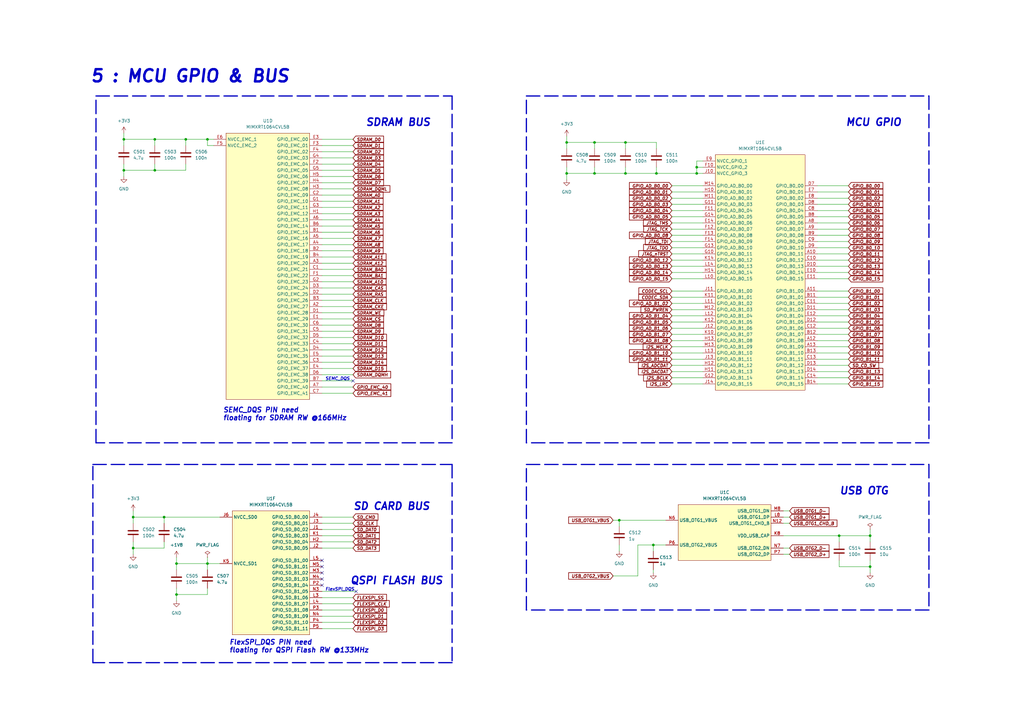
<source format=kicad_sch>
(kicad_sch (version 20211123) (generator eeschema)
  (paper "A3")
  (title_block (title "MIMXRT1064 MCU Module") (date "2023-05-23") (rev "0") (company "Joël Ucedo"))
  (junction (at 50.8 57.15))
  (junction (at 243.84 58.42))
  (junction (at 72.39 231.14))
  (junction (at 269.24 71.12))
  (junction (at 76.2 57.15))
  (junction (at 232.41 71.12))
  (junction (at 267.97 223.52))
  (junction (at 54.61 224.79))
  (junction (at 285.75 68.58))
  (junction (at 356.87 219.71))
  (junction (at 85.09 231.14))
  (junction (at 356.87 232.41))
  (junction (at 63.5 57.15))
  (junction (at 50.8 69.85))
  (junction (at 254 213.36))
  (junction (at 243.84 71.12))
  (junction (at 54.61 212.09))
  (junction (at 63.5 69.85))
  (junction (at 67.31 212.09))
  (junction (at 232.41 58.42))
  (junction (at 256.54 71.12))
  (junction (at 256.54 58.42))
  (junction (at 285.75 71.12))
  (junction (at 344.17 219.71))
  (junction (at 85.09 57.15))
  (junction (at 72.39 243.84))
  (no_connect (at 132.08 229.87))
  (no_connect (at 132.08 232.41))
  (no_connect (at 144.78 156.21))
  (no_connect (at 146.05 242.57))
  (no_connect (at 132.08 234.95))
  (no_connect (at 132.08 237.49))
  (no_connect (at 132.08 240.03))
  (wire (pts (xy 243.84 68.58) (xy 243.84 71.12)))
  (wire (pts (xy 275.59 124.46) (xy 288.29 124.46)))
  (wire (pts (xy 275.59 106.68) (xy 288.29 106.68)))
  (wire (pts (xy 335.28 91.44) (xy 347.98 91.44)))
  (wire (pts (xy 275.59 152.4) (xy 288.29 152.4)))
  (wire (pts (xy 132.08 161.29) (xy 144.78 161.29)))
  (polyline (pts (xy 215.9 39.37) (xy 381 39.37)) (stroke (width 0.5)))
  (wire (pts (xy 132.08 59.69) (xy 144.78 59.69)))
  (wire (pts (xy 335.28 86.36) (xy 347.98 86.36)))
  (wire (pts (xy 335.28 137.16) (xy 347.98 137.16)))
  (wire (pts (xy 275.59 149.86) (xy 288.29 149.86)))
  (wire (pts (xy 335.28 127) (xy 347.98 127)))
  (wire (pts (xy 132.08 125.73) (xy 144.78 125.73)))
  (wire (pts (xy 132.08 95.25) (xy 144.78 95.25)))
  (wire (pts (xy 275.59 93.98) (xy 288.29 93.98)))
  (wire (pts (xy 76.2 57.15) (xy 85.09 57.15)))
  (wire (pts (xy 269.24 58.42) (xy 256.54 58.42)))
  (wire (pts (xy 335.28 101.6) (xy 347.98 101.6)))
  (wire (pts (xy 275.59 127) (xy 288.29 127)))
  (wire (pts (xy 132.08 85.09) (xy 144.78 85.09)))
  (wire (pts (xy 356.87 232.41) (xy 356.87 234.95)))
  (polyline (pts (xy 39.37 181.61) (xy 39.37 39.37)) (stroke (width 0.5)))
  (wire (pts (xy 232.41 71.12) (xy 232.41 73.66)))
  (wire (pts (xy 275.59 104.14) (xy 288.29 104.14)))
  (polyline (pts (xy 185.42 181.61) (xy 39.37 181.61)) (stroke (width 0.5)))
  (wire (pts (xy 76.2 57.15) (xy 76.2 59.69)))
  (wire (pts (xy 335.28 147.32) (xy 347.98 147.32)))
  (wire (pts (xy 335.28 104.14) (xy 347.98 104.14)))
  (wire (pts (xy 85.09 57.15) (xy 87.63 57.15)))
  (wire (pts (xy 243.84 58.42) (xy 232.41 58.42)))
  (polyline (pts (xy 381 250.19) (xy 215.9 250.19)) (stroke (width 0.5)))
  (wire (pts (xy 132.08 133.35) (xy 144.78 133.35)))
  (wire (pts (xy 63.5 67.31) (xy 63.5 69.85)))
  (wire (pts (xy 254 223.52) (xy 254 226.06)))
  (wire (pts (xy 335.28 83.82) (xy 347.98 83.82)))
  (wire (pts (xy 132.08 252.73) (xy 144.78 252.73)))
  (wire (pts (xy 356.87 222.25) (xy 356.87 219.71)))
  (wire (pts (xy 85.09 231.14) (xy 90.17 231.14)))
  (wire (pts (xy 267.97 233.68) (xy 267.97 234.95)))
  (wire (pts (xy 275.59 109.22) (xy 288.29 109.22)))
  (polyline (pts (xy 215.9 181.61) (xy 215.9 39.37)) (stroke (width 0.5)))
  (polyline (pts (xy 215.9 190.5) (xy 381 190.5)) (stroke (width 0.5)))
  (wire (pts (xy 285.75 66.04) (xy 288.29 66.04)))
  (wire (pts (xy 72.39 243.84) (xy 72.39 241.3)))
  (wire (pts (xy 285.75 68.58) (xy 285.75 66.04)))
  (wire (pts (xy 232.41 58.42) (xy 232.41 60.96)))
  (wire (pts (xy 335.28 139.7) (xy 347.98 139.7)))
  (wire (pts (xy 251.46 213.36) (xy 254 213.36)))
  (wire (pts (xy 256.54 71.12) (xy 243.84 71.12)))
  (wire (pts (xy 335.28 129.54) (xy 347.98 129.54)))
  (polyline (pts (xy 381 39.37) (xy 381 181.61)) (stroke (width 0.5)))
  (wire (pts (xy 63.5 57.15) (xy 76.2 57.15)))
  (wire (pts (xy 132.08 245.11) (xy 144.78 245.11)))
  (wire (pts (xy 63.5 57.15) (xy 63.5 59.69)))
  (wire (pts (xy 132.08 57.15) (xy 144.78 57.15)))
  (wire (pts (xy 132.08 113.03) (xy 144.78 113.03)))
  (wire (pts (xy 254 213.36) (xy 273.05 213.36)))
  (wire (pts (xy 275.59 81.28) (xy 288.29 81.28)))
  (wire (pts (xy 275.59 99.06) (xy 288.29 99.06)))
  (wire (pts (xy 344.17 229.87) (xy 344.17 232.41)))
  (wire (pts (xy 335.28 114.3) (xy 347.98 114.3)))
  (wire (pts (xy 132.08 97.79) (xy 144.78 97.79)))
  (wire (pts (xy 285.75 71.12) (xy 288.29 71.12)))
  (wire (pts (xy 275.59 91.44) (xy 288.29 91.44)))
  (wire (pts (xy 67.31 222.25) (xy 67.31 224.79)))
  (wire (pts (xy 132.08 87.63) (xy 144.78 87.63)))
  (wire (pts (xy 321.31 212.09) (xy 323.85 212.09)))
  (wire (pts (xy 335.28 106.68) (xy 347.98 106.68)))
  (wire (pts (xy 321.31 214.63) (xy 323.85 214.63)))
  (polyline (pts (xy 39.37 39.37) (xy 185.42 39.37)) (stroke (width 0.5)))
  (wire (pts (xy 50.8 69.85) (xy 50.8 72.39)))
  (wire (pts (xy 254 213.36) (xy 254 215.9)))
  (wire (pts (xy 275.59 121.92) (xy 288.29 121.92)))
  (wire (pts (xy 335.28 99.06) (xy 347.98 99.06)))
  (wire (pts (xy 144.78 217.17) (xy 132.08 217.17)))
  (wire (pts (xy 269.24 71.12) (xy 256.54 71.12)))
  (wire (pts (xy 132.08 90.17) (xy 144.78 90.17)))
  (wire (pts (xy 54.61 224.79) (xy 54.61 227.33)))
  (wire (pts (xy 72.39 228.6) (xy 72.39 231.14)))
  (wire (pts (xy 335.28 144.78) (xy 347.98 144.78)))
  (wire (pts (xy 50.8 59.69) (xy 50.8 57.15)))
  (wire (pts (xy 344.17 222.25) (xy 344.17 219.71)))
  (wire (pts (xy 335.28 119.38) (xy 347.98 119.38)))
  (wire (pts (xy 256.54 68.58) (xy 256.54 71.12)))
  (wire (pts (xy 67.31 224.79) (xy 54.61 224.79)))
  (wire (pts (xy 132.08 62.23) (xy 144.78 62.23)))
  (wire (pts (xy 335.28 78.74) (xy 347.98 78.74)))
  (wire (pts (xy 275.59 96.52) (xy 288.29 96.52)))
  (wire (pts (xy 132.08 148.59) (xy 144.78 148.59)))
  (wire (pts (xy 335.28 109.22) (xy 347.98 109.22)))
  (wire (pts (xy 356.87 219.71) (xy 344.17 219.71)))
  (wire (pts (xy 285.75 68.58) (xy 288.29 68.58)))
  (wire (pts (xy 132.08 74.93) (xy 144.78 74.93)))
  (wire (pts (xy 232.41 55.88) (xy 232.41 58.42)))
  (wire (pts (xy 275.59 78.74) (xy 288.29 78.74)))
  (wire (pts (xy 54.61 214.63) (xy 54.61 212.09)))
  (polyline (pts (xy 38.1 271.78) (xy 38.1 190.5)) (stroke (width 0.5)))
  (wire (pts (xy 76.2 69.85) (xy 76.2 67.31)))
  (wire (pts (xy 132.08 92.71) (xy 144.78 92.71)))
  (wire (pts (xy 132.08 67.31) (xy 144.78 67.31)))
  (wire (pts (xy 132.08 102.87) (xy 144.78 102.87)))
  (wire (pts (xy 321.31 227.33) (xy 323.85 227.33)))
  (wire (pts (xy 275.59 76.2) (xy 288.29 76.2)))
  (wire (pts (xy 132.08 158.75) (xy 144.78 158.75)))
  (wire (pts (xy 144.78 212.09) (xy 132.08 212.09)))
  (wire (pts (xy 275.59 147.32) (xy 288.29 147.32)))
  (wire (pts (xy 275.59 101.6) (xy 288.29 101.6)))
  (wire (pts (xy 335.28 132.08) (xy 347.98 132.08)))
  (wire (pts (xy 50.8 69.85) (xy 63.5 69.85)))
  (wire (pts (xy 275.59 144.78) (xy 288.29 144.78)))
  (wire (pts (xy 275.59 86.36) (xy 288.29 86.36)))
  (wire (pts (xy 275.59 157.48) (xy 288.29 157.48)))
  (wire (pts (xy 321.31 209.55) (xy 323.85 209.55)))
  (wire (pts (xy 275.59 83.82) (xy 288.29 83.82)))
  (wire (pts (xy 85.09 241.3) (xy 85.09 243.84)))
  (wire (pts (xy 67.31 212.09) (xy 67.31 214.63)))
  (polyline (pts (xy 38.1 190.5) (xy 185.42 190.5)) (stroke (width 0.5)))
  (wire (pts (xy 335.28 96.52) (xy 347.98 96.52)))
  (wire (pts (xy 132.08 64.77) (xy 144.78 64.77)))
  (wire (pts (xy 269.24 68.58) (xy 269.24 71.12)))
  (wire (pts (xy 132.08 115.57) (xy 144.78 115.57)))
  (wire (pts (xy 232.41 71.12) (xy 232.41 68.58)))
  (wire (pts (xy 275.59 88.9) (xy 288.29 88.9)))
  (wire (pts (xy 275.59 137.16) (xy 288.29 137.16)))
  (wire (pts (xy 85.09 243.84) (xy 72.39 243.84)))
  (wire (pts (xy 132.08 118.11) (xy 144.78 118.11)))
  (wire (pts (xy 335.28 149.86) (xy 347.98 149.86)))
  (wire (pts (xy 335.28 81.28) (xy 347.98 81.28)))
  (wire (pts (xy 269.24 58.42) (xy 269.24 60.96)))
  (wire (pts (xy 132.08 100.33) (xy 144.78 100.33)))
  (wire (pts (xy 87.63 59.69) (xy 85.09 59.69)))
  (wire (pts (xy 72.39 233.68) (xy 72.39 231.14)))
  (wire (pts (xy 132.08 250.19) (xy 144.78 250.19)))
  (wire (pts (xy 132.08 77.47) (xy 144.78 77.47)))
  (wire (pts (xy 275.59 111.76) (xy 288.29 111.76)))
  (wire (pts (xy 132.08 80.01) (xy 144.78 80.01)))
  (wire (pts (xy 132.08 107.95) (xy 144.78 107.95)))
  (wire (pts (xy 67.31 212.09) (xy 90.17 212.09)))
  (wire (pts (xy 335.28 142.24) (xy 347.98 142.24)))
  (wire (pts (xy 54.61 212.09) (xy 67.31 212.09)))
  (wire (pts (xy 261.62 223.52) (xy 267.97 223.52)))
  (wire (pts (xy 275.59 142.24) (xy 288.29 142.24)))
  (wire (pts (xy 275.59 114.3) (xy 288.29 114.3)))
  (wire (pts (xy 132.08 138.43) (xy 144.78 138.43)))
  (wire (pts (xy 132.08 120.65) (xy 144.78 120.65)))
  (wire (pts (xy 85.09 231.14) (xy 85.09 233.68)))
  (wire (pts (xy 63.5 69.85) (xy 76.2 69.85)))
  (wire (pts (xy 144.78 214.63) (xy 132.08 214.63)))
  (wire (pts (xy 335.28 154.94) (xy 347.98 154.94)))
  (wire (pts (xy 335.28 121.92) (xy 347.98 121.92)))
  (wire (pts (xy 132.08 151.13) (xy 144.78 151.13)))
  (wire (pts (xy 356.87 229.87) (xy 356.87 232.41)))
  (wire (pts (xy 269.24 71.12) (xy 285.75 71.12)))
  (wire (pts (xy 132.08 257.81) (xy 144.78 257.81)))
  (wire (pts (xy 132.08 140.97) (xy 144.78 140.97)))
  (wire (pts (xy 85.09 228.6) (xy 85.09 231.14)))
  (wire (pts (xy 132.08 105.41) (xy 144.78 105.41)))
  (wire (pts (xy 54.61 209.55) (xy 54.61 212.09)))
  (polyline (pts (xy 185.42 271.78) (xy 38.1 271.78)) (stroke (width 0.5)))
  (wire (pts (xy 356.87 217.17) (xy 356.87 219.71)))
  (wire (pts (xy 132.08 72.39) (xy 144.78 72.39)))
  (wire (pts (xy 267.97 223.52) (xy 273.05 223.52)))
  (polyline (pts (xy 381 181.61) (xy 215.9 181.61)) (stroke (width 0.5)))
  (wire (pts (xy 251.46 236.22) (xy 261.62 236.22)))
  (wire (pts (xy 267.97 223.52) (xy 267.97 226.06)))
  (wire (pts (xy 72.39 243.84) (xy 72.39 246.38)))
  (wire (pts (xy 132.08 255.27) (xy 144.78 255.27)))
  (wire (pts (xy 50.8 57.15) (xy 63.5 57.15)))
  (wire (pts (xy 335.28 124.46) (xy 347.98 124.46)))
  (polyline (pts (xy 381 190.5) (xy 381 250.19)) (stroke (width 0.5)))
  (wire (pts (xy 335.28 88.9) (xy 347.98 88.9)))
  (polyline (pts (xy 185.42 39.37) (xy 185.42 181.61)) (stroke (width 0.5)))
  (wire (pts (xy 144.78 219.71) (xy 132.08 219.71)))
  (wire (pts (xy 132.08 242.57) (xy 146.05 242.57)))
  (wire (pts (xy 85.09 59.69) (xy 85.09 57.15)))
  (wire (pts (xy 132.08 69.85) (xy 144.78 69.85)))
  (wire (pts (xy 335.28 111.76) (xy 347.98 111.76)))
  (wire (pts (xy 285.75 71.12) (xy 285.75 68.58)))
  (polyline (pts (xy 215.9 250.19) (xy 215.9 190.5)) (stroke (width 0.5)))
  (wire (pts (xy 132.08 82.55) (xy 144.78 82.55)))
  (wire (pts (xy 132.08 130.81) (xy 144.78 130.81)))
  (wire (pts (xy 50.8 67.31) (xy 50.8 69.85)))
  (wire (pts (xy 50.8 54.61) (xy 50.8 57.15)))
  (wire (pts (xy 275.59 132.08) (xy 288.29 132.08)))
  (wire (pts (xy 335.28 76.2) (xy 347.98 76.2)))
  (wire (pts (xy 72.39 231.14) (xy 85.09 231.14)))
  (wire (pts (xy 132.08 143.51) (xy 144.78 143.51)))
  (wire (pts (xy 261.62 223.52) (xy 261.62 236.22)))
  (wire (pts (xy 243.84 58.42) (xy 243.84 60.96)))
  (wire (pts (xy 275.59 129.54) (xy 288.29 129.54)))
  (wire (pts (xy 335.28 152.4) (xy 347.98 152.4)))
  (wire (pts (xy 132.08 123.19) (xy 144.78 123.19)))
  (wire (pts (xy 256.54 58.42) (xy 256.54 60.96)))
  (wire (pts (xy 144.78 222.25) (xy 132.08 222.25)))
  (wire (pts (xy 132.08 153.67) (xy 144.78 153.67)))
  (wire (pts (xy 132.08 156.21) (xy 144.78 156.21)))
  (wire (pts (xy 243.84 71.12) (xy 232.41 71.12)))
  (wire (pts (xy 321.31 219.71) (xy 344.17 219.71)))
  (wire (pts (xy 275.59 154.94) (xy 288.29 154.94)))
  (wire (pts (xy 335.28 157.48) (xy 347.98 157.48)))
  (wire (pts (xy 132.08 128.27) (xy 144.78 128.27)))
  (wire (pts (xy 132.08 247.65) (xy 144.78 247.65)))
  (wire (pts (xy 275.59 139.7) (xy 288.29 139.7)))
  (wire (pts (xy 132.08 110.49) (xy 144.78 110.49)))
  (wire (pts (xy 275.59 119.38) (xy 288.29 119.38)))
  (wire (pts (xy 275.59 134.62) (xy 288.29 134.62)))
  (wire (pts (xy 132.08 146.05) (xy 144.78 146.05)))
  (wire (pts (xy 335.28 134.62) (xy 347.98 134.62)))
  (wire (pts (xy 335.28 93.98) (xy 347.98 93.98)))
  (wire (pts (xy 54.61 224.79) (xy 54.61 222.25)))
  (wire (pts (xy 132.08 135.89) (xy 144.78 135.89)))
  (wire (pts (xy 256.54 58.42) (xy 243.84 58.42)))
  (wire (pts (xy 344.17 232.41) (xy 356.87 232.41)))
  (wire (pts (xy 144.78 224.79) (xy 132.08 224.79)))
  (polyline (pts (xy 185.42 190.5) (xy 185.42 271.78)) (stroke (width 0.5)))
  (wire (pts (xy 321.31 224.79) (xy 323.85 224.79)))
  (text "SD CARD BUS" (at 176.53 209.55 180) (effects (font (size 3 3) bold italic) (justify right bottom)))
  (text "QSPI FLASH BUS" (at 143.51 240.03 0) (effects (font (size 3 3) bold italic) (justify left bottom)))
  (text "SDRAM BUS" (at 149.86 52.07 0) (effects (font (size 3 3) bold italic) (justify left bottom)))
  (text "USB OTG" (at 344.17 203.2 0) (effects (font (size 3 3) bold italic) (justify left bottom)))
  (text "FlexSPI_DQS" (at 133.35 242.57 0) (effects (font (size 1.27 1.27) (thickness 0.254) bold italic) (justify left bottom)))
  (text "5 : MCU GPIO & BUS" (at 36.83 34.29 0) (effects (font (size 5 5) bold italic) (justify left bottom)))
  (text "SEMC_DQS" (at 133.35 156.21 0) (effects (font (size 1.27 1.27) (thickness 0.254) bold italic) (justify left bottom)))
  (text "MCU GPIO" (at 346.71 52.07 0) (effects (font (size 3 3) bold italic) (justify left bottom)))
  (text "FlexSPI_DQS PIN need\nfloating for QSPI Flash RW @133MHz" (at 93.98 267.97 0) (effects (font (size 2 2) bold italic) (justify left bottom)))
  (text "SEMC_DQS PIN need\nfloating for SDRAM RW @166MHz" (at 91.44 172.72 0) (effects (font (size 2 2) bold italic) (justify left bottom)))
  (global_label "SDRAM_D13" (shape input) (at 144.78 146.05 0) (effects (font (thickness 0.254) bold italic)) (property "Intersheet References" "${INTERSHEET_REFS}" (effects hide)))
  (global_label "GPIO_AD_B0_03" (shape input) (at 275.59 83.82 180) (effects (font bold italic)) (property "Intersheet References" "${INTERSHEET_REFS}" (effects hide)))
  (global_label "I2S_ADCDAT" (shape input) (at 275.59 149.86 180) (effects (font bold italic)) (property "Intersheet References" "${INTERSHEET_REFS}" (effects hide)))
  (global_label "GPIO_B1_08" (shape input) (at 347.98 139.7 0) (effects (font bold italic)) (property "Intersheet References" "${INTERSHEET_REFS}" (effects hide)))
  (global_label "SDRAM_D7" (shape input) (at 144.78 74.93 0) (effects (font (thickness 0.254) bold italic)) (property "Intersheet References" "${INTERSHEET_REFS}" (effects hide)))
  (global_label "USB_OTG1_VBUS" (shape input) (at 251.46 213.36 180) (effects (font bold italic)) (property "Intersheet References" "${INTERSHEET_REFS}" (effects hide)))
  (global_label "SD_DAT3" (shape input) (at 144.78 224.79 0) (effects (font (thickness 0.254) bold italic)) (property "Intersheet References" "${INTERSHEET_REFS}" (effects hide)))
  (global_label "SDRAM_DQML" (shape input) (at 144.78 77.47 0) (effects (font (thickness 0.254) bold italic)) (property "Intersheet References" "${INTERSHEET_REFS}" (effects hide)))
  (global_label "SDRAM_A7" (shape input) (at 144.78 97.79 0) (effects (font (thickness 0.254) bold italic)) (property "Intersheet References" "${INTERSHEET_REFS}" (effects hide)))
  (global_label "SDRAM_A6" (shape input) (at 144.78 95.25 0) (effects (font (thickness 0.254) bold italic)) (property "Intersheet References" "${INTERSHEET_REFS}" (effects hide)))
  (global_label "GPIO_AD_B0_04" (shape input) (at 275.59 86.36 180) (effects (font bold italic)) (property "Intersheet References" "${INTERSHEET_REFS}" (effects hide)))
  (global_label "SDRAM_D15" (shape input) (at 144.78 151.13 0) (effects (font (thickness 0.254) bold italic)) (property "Intersheet References" "${INTERSHEET_REFS}" (effects hide)))
  (global_label "USB_OTG1_D-" (shape input) (at 323.85 209.55 0) (effects (font bold italic)) (property "Intersheet References" "${INTERSHEET_REFS}" (effects hide)))
  (global_label "GPIO_AD_B1_05" (shape input) (at 275.59 132.08 180) (effects (font bold italic)) (property "Intersheet References" "${INTERSHEET_REFS}" (effects hide)))
  (global_label "GPIO_EMC_41" (shape input) (at 144.78 161.29 0) (effects (font (thickness 0.254) bold italic)) (property "Intersheet References" "${INTERSHEET_REFS}" (effects hide)))
  (global_label "GPIO_AD_B1_04" (shape input) (at 275.59 129.54 180) (effects (font bold italic)) (property "Intersheet References" "${INTERSHEET_REFS}" (effects hide)))
  (global_label "GPIO_B0_10" (shape input) (at 347.98 101.6 0) (effects (font bold italic)) (property "Intersheet References" "${INTERSHEET_REFS}" (effects hide)))
  (global_label "FLEXSPI_SS" (shape input) (at 144.78 245.11 0) (effects (font (thickness 0.254) bold italic)) (property "Intersheet References" "${INTERSHEET_REFS}" (effects hide)))
  (global_label "SDRAM_A3" (shape input) (at 144.78 87.63 0) (effects (font (thickness 0.254) bold italic)) (property "Intersheet References" "${INTERSHEET_REFS}" (effects hide)))
  (global_label "SDRAM_A8" (shape input) (at 144.78 100.33 0) (effects (font (thickness 0.254) bold italic)) (property "Intersheet References" "${INTERSHEET_REFS}" (effects hide)))
  (global_label "SDRAM_A1" (shape input) (at 144.78 82.55 0) (effects (font (thickness 0.254) bold italic)) (property "Intersheet References" "${INTERSHEET_REFS}" (effects hide)))
  (global_label "SDRAM_CS" (shape input) (at 144.78 130.81 0) (effects (font (thickness 0.254) bold italic)) (property "Intersheet References" "${INTERSHEET_REFS}" (effects hide)))
  (global_label "FLEXSPI_CLK" (shape input) (at 144.78 247.65 0) (effects (font (thickness 0.254) bold italic)) (property "Intersheet References" "${INTERSHEET_REFS}" (effects hide)))
  (global_label "GPIO_AD_B1_10" (shape input) (at 275.59 144.78 180) (effects (font bold italic)) (property "Intersheet References" "${INTERSHEET_REFS}" (effects hide)))
  (global_label "I2S_MCLK" (shape input) (at 275.59 142.24 180) (effects (font bold italic)) (property "Intersheet References" "${INTERSHEET_REFS}" (effects hide)))
  (global_label "SD_CD_SW" (shape input) (at 347.98 149.86 0) (effects (font bold italic)) (property "Intersheet References" "${INTERSHEET_REFS}" (effects hide)))
  (global_label "SDRAM_D5" (shape input) (at 144.78 69.85 0) (effects (font (thickness 0.254) bold italic)) (property "Intersheet References" "${INTERSHEET_REFS}" (effects hide)))
  (global_label "SDRAM_DQMH" (shape input) (at 144.78 153.67 0) (effects (font (thickness 0.254) bold italic)) (property "Intersheet References" "${INTERSHEET_REFS}" (effects hide)))
  (global_label "SDRAM_A4" (shape input) (at 144.78 90.17 0) (effects (font (thickness 0.254) bold italic)) (property "Intersheet References" "${INTERSHEET_REFS}" (effects hide)))
  (global_label "GPIO_AD_B0_05" (shape input) (at 275.59 88.9 180) (effects (font bold italic)) (property "Intersheet References" "${INTERSHEET_REFS}" (effects hide)))
  (global_label "GPIO_B1_10" (shape input) (at 347.98 144.78 0) (effects (font bold italic)) (property "Intersheet References" "${INTERSHEET_REFS}" (effects hide)))
  (global_label "I2S_BCLK" (shape input) (at 275.59 154.94 180) (effects (font bold italic)) (property "Intersheet References" "${INTERSHEET_REFS}" (effects hide)))
  (global_label "GPIO_B1_15" (shape input) (at 347.98 157.48 0) (effects (font bold italic)) (property "Intersheet References" "${INTERSHEET_REFS}" (effects hide)))
  (global_label "GPIO_B1_00" (shape input) (at 347.98 119.38 0) (effects (font bold italic)) (property "Intersheet References" "${INTERSHEET_REFS}" (effects hide)))
  (global_label "GPIO_B1_13" (shape input) (at 347.98 152.4 0) (effects (font bold italic)) (property "Intersheet References" "${INTERSHEET_REFS}" (effects hide)))
  (global_label "GPIO_B1_04" (shape input) (at 347.98 129.54 0) (effects (font bold italic)) (property "Intersheet References" "${INTERSHEET_REFS}" (effects hide)))
  (global_label "GPIO_AD_B0_00" (shape input) (at 275.59 76.2 180) (effects (font bold italic)) (property "Intersheet References" "${INTERSHEET_REFS}" (effects hide)))
  (global_label "GPIO_AD_B0_15" (shape input) (at 275.59 114.3 180) (effects (font bold italic)) (property "Intersheet References" "${INTERSHEET_REFS}" (effects hide)))
  (global_label "GPIO_B1_09" (shape input) (at 347.98 142.24 0) (effects (font bold italic)) (property "Intersheet References" "${INTERSHEET_REFS}" (effects hide)))
  (global_label "SDRAM_D1" (shape input) (at 144.78 59.69 0) (effects (font (thickness 0.254) bold italic)) (property "Intersheet References" "${INTERSHEET_REFS}" (effects hide)))
  (global_label "SDRAM_D12" (shape input) (at 144.78 143.51 0) (effects (font (thickness 0.254) bold italic)) (property "Intersheet References" "${INTERSHEET_REFS}" (effects hide)))
  (global_label "SDRAM_A9" (shape input) (at 144.78 102.87 0) (effects (font (thickness 0.254) bold italic)) (property "Intersheet References" "${INTERSHEET_REFS}" (effects hide)))
  (global_label "FLEXSPI_D3" (shape input) (at 144.78 257.81 0) (effects (font (thickness 0.254) bold italic)) (property "Intersheet References" "${INTERSHEET_REFS}" (effects hide)))
  (global_label "GPIO_B0_05" (shape input) (at 347.98 88.9 0) (effects (font bold italic)) (property "Intersheet References" "${INTERSHEET_REFS}" (effects hide)))
  (global_label "GPIO_B1_07" (shape input) (at 347.98 137.16 0) (effects (font bold italic)) (property "Intersheet References" "${INTERSHEET_REFS}" (effects hide)))
  (global_label "FLEXSPI_D2" (shape input) (at 144.78 255.27 0) (effects (font (thickness 0.254) bold italic)) (property "Intersheet References" "${INTERSHEET_REFS}" (effects hide)))
  (global_label "SDRAM_D14" (shape input) (at 144.78 148.59 0) (effects (font (thickness 0.254) bold italic)) (property "Intersheet References" "${INTERSHEET_REFS}" (effects hide)))
  (global_label "GPIO_B0_08" (shape input) (at 347.98 96.52 0) (effects (font bold italic)) (property "Intersheet References" "${INTERSHEET_REFS}" (effects hide)))
  (global_label "GPIO_B1_02" (shape input) (at 347.98 124.46 0) (effects (font bold italic)) (property "Intersheet References" "${INTERSHEET_REFS}" (effects hide)))
  (global_label "SDRAM_A11" (shape input) (at 144.78 105.41 0) (effects (font (thickness 0.254) bold italic)) (property "Intersheet References" "${INTERSHEET_REFS}" (effects hide)))
  (global_label "SDRAM_D8" (shape input) (at 144.78 133.35 0) (effects (font (thickness 0.254) bold italic)) (property "Intersheet References" "${INTERSHEET_REFS}" (effects hide)))
  (global_label "GPIO_B0_03" (shape input) (at 347.98 83.82 0) (effects (font bold italic)) (property "Intersheet References" "${INTERSHEET_REFS}" (effects hide)))
  (global_label "GPIO_B0_11" (shape input) (at 347.98 104.14 0) (effects (font bold italic)) (property "Intersheet References" "${INTERSHEET_REFS}" (effects hide)))
  (global_label "GPIO_B0_12" (shape input) (at 347.98 106.68 0) (effects (font bold italic)) (property "Intersheet References" "${INTERSHEET_REFS}" (effects hide)))
  (global_label "I2S_DACDAT" (shape input) (at 275.59 152.4 180) (effects (font bold italic)) (property "Intersheet References" "${INTERSHEET_REFS}" (effects hide)))
  (global_label "FLEXSPI_D0" (shape input) (at 144.78 250.19 0) (effects (font (thickness 0.254) bold italic)) (property "Intersheet References" "${INTERSHEET_REFS}" (effects hide)))
  (global_label "GPIO_B1_11" (shape input) (at 347.98 147.32 0) (effects (font bold italic)) (property "Intersheet References" "${INTERSHEET_REFS}" (effects hide)))
  (global_label "SDRAM_A10" (shape input) (at 144.78 115.57 0) (effects (font (thickness 0.254) bold italic)) (property "Intersheet References" "${INTERSHEET_REFS}" (effects hide)))
  (global_label "GPIO_B1_01" (shape input) (at 347.98 121.92 0) (effects (font bold italic)) (property "Intersheet References" "${INTERSHEET_REFS}" (effects hide)))
  (global_label "GPIO_B0_07" (shape input) (at 347.98 93.98 0) (effects (font bold italic)) (property "Intersheet References" "${INTERSHEET_REFS}" (effects hide)))
  (global_label "USB_OTG1_D+" (shape input) (at 323.85 212.09 0) (effects (font bold italic)) (property "Intersheet References" "${INTERSHEET_REFS}" (effects hide)))
  (global_label "USB_OTG2_D-" (shape input) (at 323.85 224.79 0) (effects (font bold italic)) (property "Intersheet References" "${INTERSHEET_REFS}" (effects hide)))
  (global_label "SD_DAT0" (shape input) (at 144.78 217.17 0) (effects (font (thickness 0.254) bold italic)) (property "Intersheet References" "${INTERSHEET_REFS}" (effects hide)))
  (global_label "GPIO_B1_06" (shape input) (at 347.98 134.62 0) (effects (font bold italic)) (property "Intersheet References" "${INTERSHEET_REFS}" (effects hide)))
  (global_label "GPIO_B0_06" (shape input) (at 347.98 91.44 0) (effects (font bold italic)) (property "Intersheet References" "${INTERSHEET_REFS}" (effects hide)))
  (global_label "JTAG_TDO" (shape input) (at 275.59 101.6 180) (effects (font bold italic)) (property "Intersheet References" "${INTERSHEET_REFS}" (effects hide)))
  (global_label "JTAG_TDI" (shape input) (at 275.59 99.06 180) (effects (font bold italic)) (property "Intersheet References" "${INTERSHEET_REFS}" (effects hide)))
  (global_label "I2S_LRC" (shape input) (at 275.59 157.48 180) (effects (font bold italic)) (property "Intersheet References" "${INTERSHEET_REFS}" (effects hide)))
  (global_label "GPIO_AD_B0_02" (shape input) (at 275.59 81.28 180) (effects (font bold italic)) (property "Intersheet References" "${INTERSHEET_REFS}" (effects hide)))
  (global_label "GPIO_AD_B0_08" (shape input) (at 275.59 96.52 180) (effects (font bold italic)) (property "Intersheet References" "${INTERSHEET_REFS}" (effects hide)))
  (global_label "GPIO_B0_13" (shape input) (at 347.98 109.22 0) (effects (font bold italic)) (property "Intersheet References" "${INTERSHEET_REFS}" (effects hide)))
  (global_label "JTAG_TCK" (shape input) (at 275.59 93.98 180) (effects (font bold italic)) (property "Intersheet References" "${INTERSHEET_REFS}" (effects hide)))
  (global_label "SDRAM_A5" (shape input) (at 144.78 92.71 0) (effects (font (thickness 0.254) bold italic)) (property "Intersheet References" "${INTERSHEET_REFS}" (effects hide)))
  (global_label "USB_OTG1_CHD_B" (shape input) (at 323.85 214.63 0) (effects (font bold italic)) (property "Intersheet References" "${INTERSHEET_REFS}" (effects hide)))
  (global_label "GPIO_EMC_40" (shape input) (at 144.78 158.75 0) (effects (font (thickness 0.254) bold italic)) (property "Intersheet References" "${INTERSHEET_REFS}" (effects hide)))
  (global_label "GPIO_AD_B0_13" (shape input) (at 275.59 109.22 180) (effects (font bold italic)) (property "Intersheet References" "${INTERSHEET_REFS}" (effects hide)))
  (global_label "GPIO_B0_14" (shape input) (at 347.98 111.76 0) (effects (font bold italic)) (property "Intersheet References" "${INTERSHEET_REFS}" (effects hide)))
  (global_label "SDRAM_D11" (shape input) (at 144.78 140.97 0) (effects (font (thickness 0.254) bold italic)) (property "Intersheet References" "${INTERSHEET_REFS}" (effects hide)))
  (global_label "SD_CLK" (shape input) (at 144.78 214.63 0) (effects (font (thickness 0.254) bold italic)) (property "Intersheet References" "${INTERSHEET_REFS}" (effects hide)))
  (global_label "SD_CMD" (shape input) (at 144.78 212.09 0) (effects (font (thickness 0.254) bold italic)) (property "Intersheet References" "${INTERSHEET_REFS}" (effects hide)))
  (global_label "SDRAM_D9" (shape input) (at 144.78 135.89 0) (effects (font (thickness 0.254) bold italic)) (property "Intersheet References" "${INTERSHEET_REFS}" (effects hide)))
  (global_label "GPIO_AD_B1_06" (shape input) (at 275.59 134.62 180) (effects (font bold italic)) (property "Intersheet References" "${INTERSHEET_REFS}" (effects hide)))
  (global_label "JTAG_TMS" (shape input) (at 275.59 91.44 180) (effects (font bold italic)) (property "Intersheet References" "${INTERSHEET_REFS}" (effects hide)))
  (global_label "SDRAM_D6" (shape input) (at 144.78 72.39 0) (effects (font (thickness 0.254) bold italic)) (property "Intersheet References" "${INTERSHEET_REFS}" (effects hide)))
  (global_label "GPIO_B0_00" (shape input) (at 347.98 76.2 0) (effects (font bold italic)) (property "Intersheet References" "${INTERSHEET_REFS}" (effects hide)))
  (global_label "GPIO_B1_05" (shape input) (at 347.98 132.08 0) (effects (font bold italic)) (property "Intersheet References" "${INTERSHEET_REFS}" (effects hide)))
  (global_label "SDRAM_D0" (shape input) (at 144.78 57.15 0) (effects (font (thickness 0.254) bold italic)) (property "Intersheet References" "${INTERSHEET_REFS}" (effects hide)))
  (global_label "SDRAM_D2" (shape input) (at 144.78 62.23 0) (effects (font (thickness 0.254) bold italic)) (property "Intersheet References" "${INTERSHEET_REFS}" (effects hide)))
  (global_label "CODEC_SCL" (shape input) (at 275.59 119.38 180) (effects (font bold italic)) (property "Intersheet References" "${INTERSHEET_REFS}" (effects hide)))
  (global_label "GPIO_B0_02" (shape input) (at 347.98 81.28 0) (effects (font bold italic)) (property "Intersheet References" "${INTERSHEET_REFS}" (effects hide)))
  (global_label "GPIO_AD_B0_14" (shape input) (at 275.59 111.76 180) (effects (font bold italic)) (property "Intersheet References" "${INTERSHEET_REFS}" (effects hide)))
  (global_label "GPIO_AD_B0_01" (shape input) (at 275.59 78.74 180) (effects (font bold italic)) (property "Intersheet References" "${INTERSHEET_REFS}" (effects hide)))
  (global_label "GPIO_B1_03" (shape input) (at 347.98 127 0) (effects (font bold italic)) (property "Intersheet References" "${INTERSHEET_REFS}" (effects hide)))
  (global_label "SDRAM_A0" (shape input) (at 144.78 80.01 0) (effects (font (thickness 0.254) bold italic)) (property "Intersheet References" "${INTERSHEET_REFS}" (effects hide)))
  (global_label "SDRAM_D10" (shape input) (at 144.78 138.43 0) (effects (font (thickness 0.254) bold italic)) (property "Intersheet References" "${INTERSHEET_REFS}" (effects hide)))
  (global_label "FLEXSPI_D1" (shape input) (at 144.78 252.73 0) (effects (font (thickness 0.254) bold italic)) (property "Intersheet References" "${INTERSHEET_REFS}" (effects hide)))
  (global_label "SDRAM_BA0" (shape input) (at 144.78 110.49 0) (effects (font (thickness 0.254) bold italic)) (property "Intersheet References" "${INTERSHEET_REFS}" (effects hide)))
  (global_label "SDRAM_A12" (shape input) (at 144.78 107.95 0) (effects (font (thickness 0.254) bold italic)) (property "Intersheet References" "${INTERSHEET_REFS}" (effects hide)))
  (global_label "GPIO_B0_01" (shape input) (at 347.98 78.74 0) (effects (font bold italic)) (property "Intersheet References" "${INTERSHEET_REFS}" (effects hide)))
  (global_label "GPIO_B0_15" (shape input) (at 347.98 114.3 0) (effects (font bold italic)) (property "Intersheet References" "${INTERSHEET_REFS}" (effects hide)))
  (global_label "JTAG_nTRST" (shape input) (at 275.59 104.14 180) (effects (font bold italic)) (property "Intersheet References" "${INTERSHEET_REFS}" (effects hide)))
  (global_label "CODEC_SDA" (shape input) (at 275.59 121.92 180) (effects (font bold italic)) (property "Intersheet References" "${INTERSHEET_REFS}" (effects hide)))
  (global_label "SDRAM_BA1" (shape input) (at 144.78 113.03 0) (effects (font (thickness 0.254) bold italic)) (property "Intersheet References" "${INTERSHEET_REFS}" (effects hide)))
  (global_label "SDRAM_CLK" (shape input) (at 144.78 123.19 0) (effects (font (thickness 0.254) bold italic)) (property "Intersheet References" "${INTERSHEET_REFS}" (effects hide)))
  (global_label "SDRAM_A2" (shape input) (at 144.78 85.09 0) (effects (font (thickness 0.254) bold italic)) (property "Intersheet References" "${INTERSHEET_REFS}" (effects hide)))
  (global_label "GPIO_AD_B0_12" (shape input) (at 275.59 106.68 180) (effects (font bold italic)) (property "Intersheet References" "${INTERSHEET_REFS}" (effects hide)))
  (global_label "SDRAM_CKE" (shape input) (at 144.78 125.73 0) (effects (font (thickness 0.254) bold italic)) (property "Intersheet References" "${INTERSHEET_REFS}" (effects hide)))
  (global_label "SDRAM_D3" (shape input) (at 144.78 64.77 0) (effects (font (thickness 0.254) bold italic)) (property "Intersheet References" "${INTERSHEET_REFS}" (effects hide)))
  (global_label "USB_OTG2_VBUS" (shape input) (at 251.46 236.22 180) (effects (font bold italic)) (property "Intersheet References" "${INTERSHEET_REFS}" (effects hide)))
  (global_label "GPIO_B0_04" (shape input) (at 347.98 86.36 0) (effects (font bold italic)) (property "Intersheet References" "${INTERSHEET_REFS}" (effects hide)))
  (global_label "SD_PWREN" (shape input) (at 275.59 127 180) (effects (font bold italic)) (property "Intersheet References" "${INTERSHEET_REFS}" (effects hide)))
  (global_label "USB_OTG2_D+" (shape input) (at 323.85 227.33 0) (effects (font bold italic)) (property "Intersheet References" "${INTERSHEET_REFS}" (effects hide)))
  (global_label "SD_DAT2" (shape input) (at 144.78 222.25 0) (effects (font (thickness 0.254) bold italic)) (property "Intersheet References" "${INTERSHEET_REFS}" (effects hide)))
  (global_label "GPIO_AD_B1_02" (shape input) (at 275.59 124.46 180) (effects (font bold italic)) (property "Intersheet References" "${INTERSHEET_REFS}" (effects hide)))
  (global_label "SDRAM_CAS" (shape input) (at 144.78 118.11 0) (effects (font (thickness 0.254) bold italic)) (property "Intersheet References" "${INTERSHEET_REFS}" (effects hide)))
  (global_label "GPIO_B0_09" (shape input) (at 347.98 99.06 0) (effects (font bold italic)) (property "Intersheet References" "${INTERSHEET_REFS}" (effects hide)))
  (global_label "GPIO_AD_B1_08" (shape input) (at 275.59 139.7 180) (effects (font bold italic)) (property "Intersheet References" "${INTERSHEET_REFS}" (effects hide)))
  (global_label "SDRAM_WE" (shape input) (at 144.78 128.27 0) (effects (font (thickness 0.254) bold italic)) (property "Intersheet References" "${INTERSHEET_REFS}" (effects hide)))
  (global_label "GPIO_AD_B1_07" (shape input) (at 275.59 137.16 180) (effects (font bold italic)) (property "Intersheet References" "${INTERSHEET_REFS}" (effects hide)))
  (global_label "SD_DAT1" (shape input) (at 144.78 219.71 0) (effects (font (thickness 0.254) bold italic)) (property "Intersheet References" "${INTERSHEET_REFS}" (effects hide)))
  (global_label "SDRAM_D4" (shape input) (at 144.78 67.31 0) (effects (font (thickness 0.254) bold italic)) (property "Intersheet References" "${INTERSHEET_REFS}" (effects hide)))
  (global_label "GPIO_B1_14" (shape input) (at 347.98 154.94 0) (effects (font bold italic)) (property "Intersheet References" "${INTERSHEET_REFS}" (effects hide)))
  (global_label "SDRAM_RAS" (shape input) (at 144.78 120.65 0) (effects (font (thickness 0.254) bold italic)) (property "Intersheet References" "${INTERSHEET_REFS}" (effects hide)))
  (global_label "GPIO_AD_B1_11" (shape input) (at 275.59 147.32 180) (effects (font bold italic)) (property "Intersheet References" "${INTERSHEET_REFS}" (effects hide)))
  (symbol (lib_id "MIMXRT1064 MCU Module:CL10A106KP8NNNC") (at 356.87 226.06 0) (unit 1)
    (property "Reference" "C515" (at 360.68 224.7899 0) (effects (justify left)))
    (property "Value" "10u" (at 360.68 227.3299 0) (effects (justify left)))
    (property "Footprint" "MIMXRT1064 MCU Module:0603_CL10A106KP8NNNC" (effects hide))
  )
  (symbol (lib_id "power:+3V3") (at 54.61 209.55 0) (unit 1)
    (property "Reference" "#PWR0503" (effects hide))
    (property "Value" "+3V3" (at 54.61 204.47 0))
  )
  (symbol (lib_id "MIMXRT1064 MCU Module:MIMXRT1064CVL5B") (at 110.49 107.95 0) (unit 4)
    (property "Reference" "U1" (at 109.855 49.53 0))
    (property "Value" "MIMXRT1064CVL5B" (at 109.855 52.07 0))
    (property "Footprint" "MIMXRT1064 MCU Module:MIMXRT1064CVL5B" (effects hide))
  )
  (symbol (lib_name "CL05A475MP5NRNC_2") (lib_id "MIMXRT1064 MCU Module:CL05A475MP5NRNC") (at 50.8 63.5 0) (unit 1)
    (property "Reference" "C501" (at 54.61 62.2299 0) (effects (justify left)))
    (property "Value" "4.7u" (at 54.61 64.7699 0) (effects (justify left)))
    (property "Footprint" "MIMXRT1064 MCU Module:0402_CL05A475MP5NRNC" (effects hide))
  )
  (symbol (lib_id "MIMXRT1064 MCU Module:CL05B104KB54PNC") (at 54.61 218.44 0) (unit 1)
    (property "Reference" "C502" (at 58.42 217.1699 0) (effects (justify left)))
    (property "Value" "100n" (at 58.42 219.7099 0) (effects (justify left)))
    (property "Footprint" "MIMXRT1064 MCU Module:0402_CL05B104KB54PNC" (effects hide))
  )
  (symbol (lib_id "power:GND") (at 50.8 72.39 0) (unit 1)
    (property "Reference" "#PWR0502" (effects hide))
    (property "Value" "GND" (at 50.8 77.47 0))
  )
  (symbol (lib_id "power:GND") (at 72.39 246.38 0) (unit 1)
    (property "Reference" "#PWR0506" (effects hide))
    (property "Value" "GND" (at 72.39 251.46 0))
  )
  (symbol (lib_id "power:GND") (at 54.61 227.33 0) (unit 1)
    (property "Reference" "#PWR0504" (effects hide))
    (property "Value" "GND" (at 54.61 232.41 0))
  )
  (symbol (lib_id "power:GND") (at 267.97 234.95 0) (unit 1)
    (property "Reference" "#PWR0510" (effects hide))
    (property "Value" "GND" (at 267.97 240.03 0))
  )
  (symbol (lib_id "power:GND") (at 232.41 73.66 0) (unit 1)
    (property "Reference" "#PWR0508" (effects hide))
    (property "Value" "GND" (at 232.41 78.74 0))
  )
  (symbol (lib_name "CL05A475MP5NRNC_3") (lib_id "MIMXRT1064 MCU Module:CL05A475MP5NRNC") (at 67.31 218.44 0) (unit 1)
    (property "Reference" "C504" (at 71.12 217.1699 0) (effects (justify left)))
    (property "Value" "4.7u" (at 71.12 219.7099 0) (effects (justify left)))
    (property "Footprint" "MIMXRT1064 MCU Module:0402_CL05A475MP5NRNC" (effects hide))
  )
  (symbol (lib_name "CL05A475MP5NRNC_1") (lib_id "MIMXRT1064 MCU Module:CL05A475MP5NRNC") (at 232.41 64.77 0) (unit 1)
    (property "Reference" "C508" (at 236.22 63.4999 0) (effects (justify left)))
    (property "Value" "4.7u" (at 236.22 66.0399 0) (effects (justify left)))
    (property "Footprint" "MIMXRT1064 MCU Module:0402_CL05A475MP5NRNC" (effects hide))
  )
  (symbol (lib_id "MIMXRT1064 MCU Module:CL05A105KA5NQNC") (at 267.97 229.87 0) (unit 1)
    (property "Reference" "C513" (at 270.51 228.6 0) (effects (justify left)))
    (property "Value" "1u" (at 270.51 231.14 0) (effects (justify left)))
    (property "Footprint" "MIMXRT1064 MCU Module:0402_CL05A105KA5NQNC" (effects hide))
  )
  (symbol (lib_id "power:+3V3") (at 232.41 55.88 0) (unit 1)
    (property "Reference" "#PWR0507" (effects hide))
    (property "Value" "+3V3" (at 232.41 50.8 0))
  )
  (symbol (lib_id "power:+1V8") (at 72.39 228.6 0) (unit 1)
    (property "Reference" "#PWR0505" (effects hide))
    (property "Value" "+1V8" (at 72.39 223.52 0))
  )
  (symbol (lib_id "MIMXRT1064 MCU Module:MIMXRT1064CVL5B") (at 312.42 115.57 0) (unit 5)
    (property "Reference" "U1" (at 311.785 58.42 0))
    (property "Value" "MIMXRT1064CVL5B" (at 311.785 60.96 0))
    (property "Footprint" "MIMXRT1064 MCU Module:MIMXRT1064CVL5B" (effects hide))
  )
  (symbol (lib_id "MIMXRT1064 MCU Module:CL05B104KB54PNC") (at 63.5 63.5 0) (unit 1)
    (property "Reference" "C503" (at 67.31 62.2299 0) (effects (justify left)))
    (property "Value" "100n" (at 67.31 64.7699 0) (effects (justify left)))
    (property "Footprint" "MIMXRT1064 MCU Module:0402_CL05B104KB54PNC" (effects hide))
  )
  (symbol (lib_id "MIMXRT1064 MCU Module:CL05B104KB54PNC") (at 256.54 64.77 0) (unit 1)
    (property "Reference" "C510" (at 260.35 63.4999 0) (effects (justify left)))
    (property "Value" "100n" (at 260.35 66.0399 0) (effects (justify left)))
    (property "Footprint" "MIMXRT1064 MCU Module:0402_CL05B104KB54PNC" (effects hide))
  )
  (symbol (lib_id "MIMXRT1064 MCU Module:MIMXRT1064CVL5B") (at 297.18 218.44 0) (unit 3)
    (property "Reference" "U1" (at 297.18 201.93 0))
    (property "Value" "MIMXRT1064CVL5B" (at 297.18 204.47 0))
    (property "Footprint" "MIMXRT1064 MCU Module:MIMXRT1064CVL5B" (effects hide))
  )
  (symbol (lib_id "power:GND") (at 254 226.06 0) (unit 1)
    (property "Reference" "#PWR0509" (effects hide))
    (property "Value" "GND" (at 254 231.14 0))
  )
  (symbol (lib_id "power:PWR_FLAG") (at 356.87 217.17 0) (unit 1)
    (property "Reference" "#FLG0502" (effects hide))
    (property "Value" "PWR_FLAG" (at 356.87 212.09 0))
  )
  (symbol (lib_id "power:+3V3") (at 50.8 54.61 0) (unit 1)
    (property "Reference" "#PWR0501" (effects hide))
    (property "Value" "+3V3" (at 50.8 49.53 0))
  )
  (symbol (lib_id "MIMXRT1064 MCU Module:CL05B104KB54PNC") (at 344.17 226.06 0) (unit 1)
    (property "Reference" "C514" (at 347.98 224.7899 0) (effects (justify left)))
    (property "Value" "100n" (at 347.98 227.3299 0) (effects (justify left)))
    (property "Footprint" "MIMXRT1064 MCU Module:0402_CL05B104KB54PNC" (effects hide))
  )
  (symbol (lib_id "MIMXRT1064 MCU Module:CL05B104KB54PNC") (at 76.2 63.5 0) (unit 1)
    (property "Reference" "C506" (at 80.01 62.2299 0) (effects (justify left)))
    (property "Value" "100n" (at 80.01 64.7699 0) (effects (justify left)))
    (property "Footprint" "MIMXRT1064 MCU Module:0402_CL05B104KB54PNC" (effects hide))
  )
  (symbol (lib_id "MIMXRT1064 MCU Module:CL05B104KB54PNC") (at 72.39 237.49 0) (unit 1)
    (property "Reference" "C505" (at 76.2 236.2199 0) (effects (justify left)))
    (property "Value" "100n" (at 76.2 238.7599 0) (effects (justify left)))
    (property "Footprint" "MIMXRT1064 MCU Module:0402_CL05B104KB54PNC" (effects hide))
  )
  (symbol (lib_id "MIMXRT1064 MCU Module:CL05B104KB54PNC") (at 269.24 64.77 0) (unit 1)
    (property "Reference" "C511" (at 273.05 63.4999 0) (effects (justify left)))
    (property "Value" "100n" (at 273.05 66.0399 0) (effects (justify left)))
    (property "Footprint" "MIMXRT1064 MCU Module:0402_CL05B104KB54PNC" (effects hide))
  )
  (symbol (lib_id "power:PWR_FLAG") (at 85.09 228.6 0) (unit 1)
    (property "Reference" "#FLG0501" (effects hide))
    (property "Value" "PWR_FLAG" (at 85.09 223.52 0))
  )
  (symbol (lib_id "MIMXRT1064 MCU Module:CL05A475MP5NRNC") (at 85.09 237.49 0) (unit 1)
    (property "Reference" "C507" (at 88.9 236.2199 0) (effects (justify left)))
    (property "Value" "4.7u" (at 88.9 238.7599 0) (effects (justify left)))
    (property "Footprint" "MIMXRT1064 MCU Module:0402_CL05A475MP5NRNC" (effects hide))
  )
  (symbol (lib_id "MIMXRT1064 MCU Module:MIMXRT1064CVL5B") (at 113.03 234.95 0) (unit 6)
    (property "Reference" "U1" (at 111.125 204.47 0))
    (property "Value" "MIMXRT1064CVL5B" (at 111.125 207.01 0))
    (property "Footprint" "MIMXRT1064 MCU Module:MIMXRT1064CVL5B" (effects hide))
  )
  (symbol (lib_name "CL05A105KA5NQNC_1") (lib_id "MIMXRT1064 MCU Module:CL05A105KA5NQNC") (at 254 219.71 0) (unit 1)
    (property "Reference" "C512" (at 257.81 218.4399 0) (effects (justify left)))
    (property "Value" "1u" (at 257.81 220.9799 0) (effects (justify left)))
    (property "Footprint" "MIMXRT1064 MCU Module:0402_CL05A105KA5NQNC" (effects hide))
  )
  (symbol (lib_id "power:GND") (at 356.87 234.95 0) (unit 1)
    (property "Reference" "#PWR0511" (effects hide))
    (property "Value" "GND" (at 356.87 240.03 0))
  )
  (symbol (lib_id "MIMXRT1064 MCU Module:CL05B104KB54PNC") (at 243.84 64.77 0) (unit 1)
    (property "Reference" "C509" (at 247.65 63.4999 0) (effects (justify left)))
    (property "Value" "100n" (at 247.65 66.0399 0) (effects (justify left)))
    (property "Footprint" "MIMXRT1064 MCU Module:0402_CL05B104KB54PNC" (effects hide))
  )
)
</source>
